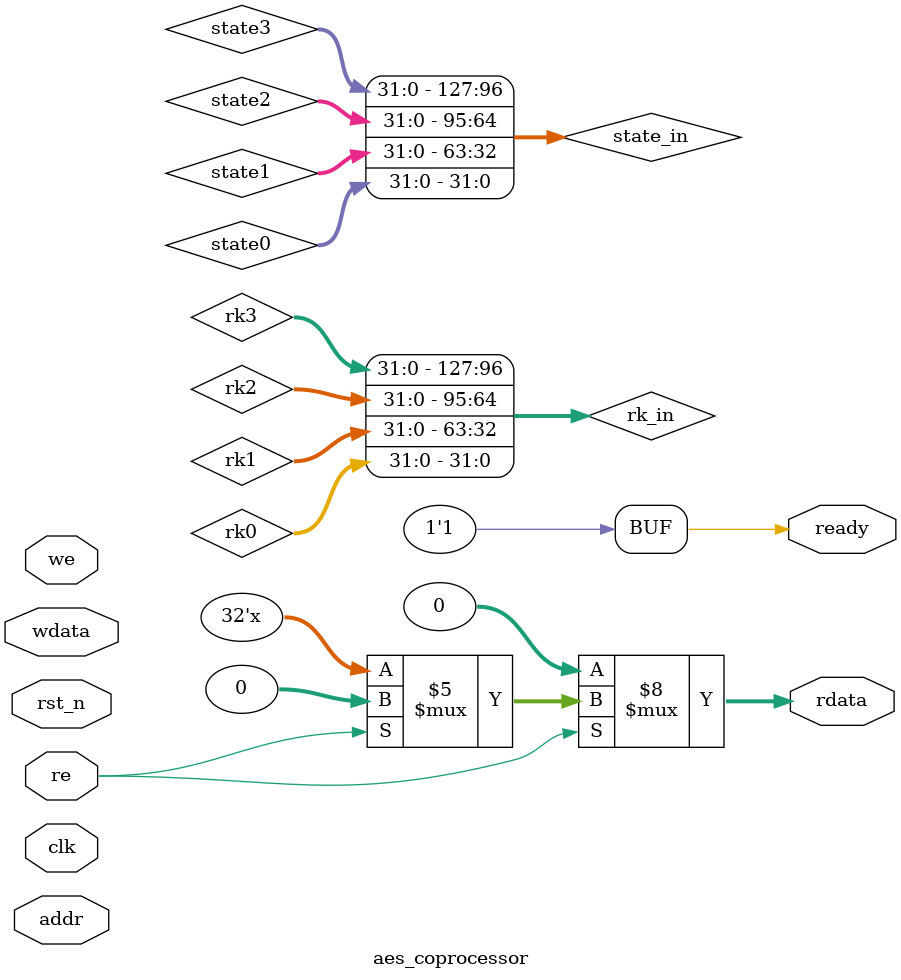
<source format=v>
module aes_coprocessor (
    input  wire        clk,
    input  wire        rst_n,
//MMIO like interface
    input  wire        we,
    input  wire        re,
    input  wire [7:0]  addr,
    input  wire [31:0] wdata,
    output reg  [31:0] rdata,
    output wire        ready
);

assign ready = 1'b1;

reg [31:0] state0, state1, state2, state3;
reg [31:0] rk0, rk1, rk2, rk3;
reg [3:0]  round;

reg [31:0] out0, out1, out2, out3;

reg        start;
reg [1:0]  op;
reg        final_round;

reg busy;
reg done;

wire [127:0] state_in = {state3, state2, state1, state0};
wire [127:0] rk_in    = {rk3, rk2, rk1, rk0};

wire [127:0] state_next;
wire [127:0] rk_next;

aes_round u_aesenc (
    .state_in(state_in),
    .round_key(rk_in),
    .final_round(final_round),
    .state_out(state_next)
);

aes_key_schedule u_aeskey (
    .key_in(rk_in),
    .round(round),
    .key_out(rk_next)
);

always @(*) begin
    rdata = 32'h0;
    if (re) begin
        case (addr)
            default: rdata = 32'h0;
        endcase
    end
end

always @(posedge clk or negedge rst_n) begin
    if (!rst_n) begin
        state0 <= 0; state1 <= 0; state2 <= 0; state3 <= 0;
        rk0    <= 0; rk1    <= 0; rk2    <= 0; rk3    <= 0;
        round  <= 0;
        out0   <= 0; out1   <= 0; out2   <= 0; out3   <= 0;
        start  <= 0;
        op     <= 0;
        final_round <= 0;
        busy   <= 0;
        done   <= 0;
    end else begin
        start <= 0;

        if (we) begin
            case (addr)
                default: ;
            endcase
        end

//the FSM


    end
end

endmodule
</source>
